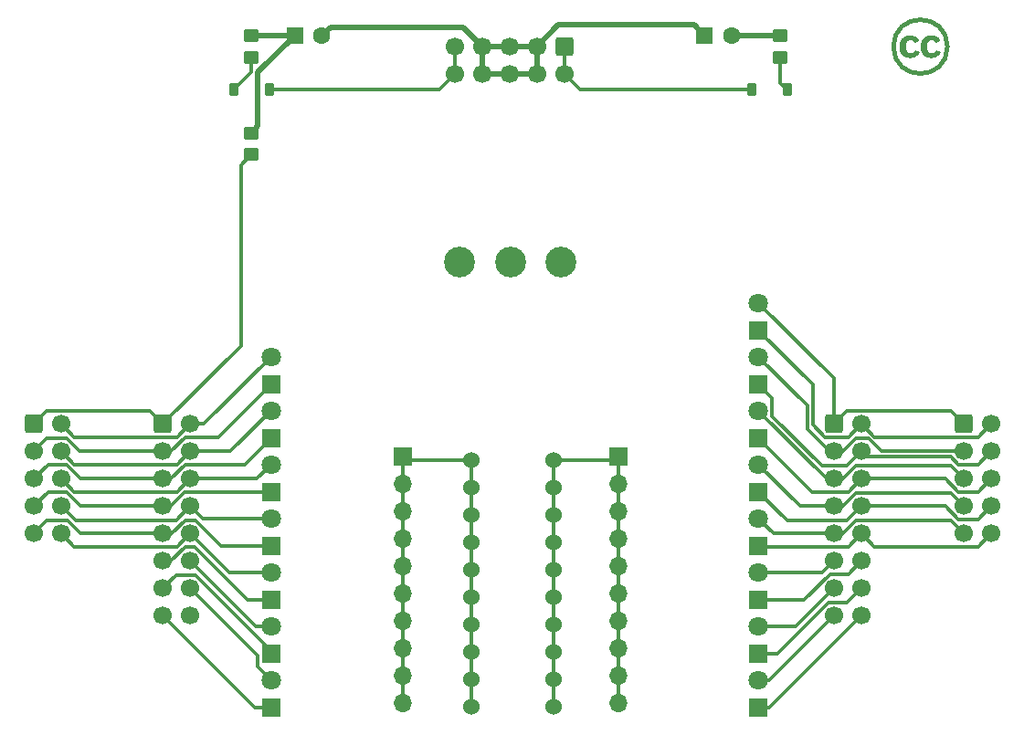
<source format=gtl>
G04 #@! TF.GenerationSoftware,KiCad,Pcbnew,8.0.5*
G04 #@! TF.CreationDate,2024-11-03T16:46:15+01:00*
G04 #@! TF.ProjectId,cable-tester,6361626c-652d-4746-9573-7465722e6b69,rev?*
G04 #@! TF.SameCoordinates,Original*
G04 #@! TF.FileFunction,Copper,L1,Top*
G04 #@! TF.FilePolarity,Positive*
%FSLAX46Y46*%
G04 Gerber Fmt 4.6, Leading zero omitted, Abs format (unit mm)*
G04 Created by KiCad (PCBNEW 8.0.5) date 2024-11-03 16:46:15*
%MOMM*%
%LPD*%
G01*
G04 APERTURE LIST*
G04 Aperture macros list*
%AMRoundRect*
0 Rectangle with rounded corners*
0 $1 Rounding radius*
0 $2 $3 $4 $5 $6 $7 $8 $9 X,Y pos of 4 corners*
0 Add a 4 corners polygon primitive as box body*
4,1,4,$2,$3,$4,$5,$6,$7,$8,$9,$2,$3,0*
0 Add four circle primitives for the rounded corners*
1,1,$1+$1,$2,$3*
1,1,$1+$1,$4,$5*
1,1,$1+$1,$6,$7*
1,1,$1+$1,$8,$9*
0 Add four rect primitives between the rounded corners*
20,1,$1+$1,$2,$3,$4,$5,0*
20,1,$1+$1,$4,$5,$6,$7,0*
20,1,$1+$1,$6,$7,$8,$9,0*
20,1,$1+$1,$8,$9,$2,$3,0*%
G04 Aperture macros list end*
G04 #@! TA.AperFunction,EtchedComponent*
%ADD10C,0.400000*%
G04 #@! TD*
G04 #@! TA.AperFunction,EtchedComponent*
%ADD11C,0.000000*%
G04 #@! TD*
G04 #@! TA.AperFunction,ComponentPad*
%ADD12C,2.850000*%
G04 #@! TD*
G04 #@! TA.AperFunction,ComponentPad*
%ADD13R,1.600000X1.600000*%
G04 #@! TD*
G04 #@! TA.AperFunction,ComponentPad*
%ADD14C,1.600000*%
G04 #@! TD*
G04 #@! TA.AperFunction,ComponentPad*
%ADD15R,1.800000X1.800000*%
G04 #@! TD*
G04 #@! TA.AperFunction,ComponentPad*
%ADD16C,1.800000*%
G04 #@! TD*
G04 #@! TA.AperFunction,ComponentPad*
%ADD17C,1.700000*%
G04 #@! TD*
G04 #@! TA.AperFunction,ComponentPad*
%ADD18RoundRect,0.250000X-0.600000X-0.600000X0.600000X-0.600000X0.600000X0.600000X-0.600000X0.600000X0*%
G04 #@! TD*
G04 #@! TA.AperFunction,SMDPad,CuDef*
%ADD19RoundRect,0.250000X0.450000X-0.350000X0.450000X0.350000X-0.450000X0.350000X-0.450000X-0.350000X0*%
G04 #@! TD*
G04 #@! TA.AperFunction,SMDPad,CuDef*
%ADD20RoundRect,0.225000X-0.225000X-0.375000X0.225000X-0.375000X0.225000X0.375000X-0.225000X0.375000X0*%
G04 #@! TD*
G04 #@! TA.AperFunction,ComponentPad*
%ADD21RoundRect,0.250000X-0.600000X0.600000X-0.600000X-0.600000X0.600000X-0.600000X0.600000X0.600000X0*%
G04 #@! TD*
G04 #@! TA.AperFunction,ComponentPad*
%ADD22C,1.524000*%
G04 #@! TD*
G04 #@! TA.AperFunction,SMDPad,CuDef*
%ADD23RoundRect,0.250000X-0.450000X0.350000X-0.450000X-0.350000X0.450000X-0.350000X0.450000X0.350000X0*%
G04 #@! TD*
G04 #@! TA.AperFunction,ComponentPad*
%ADD24O,1.700000X1.700000*%
G04 #@! TD*
G04 #@! TA.AperFunction,ComponentPad*
%ADD25R,1.700000X1.700000*%
G04 #@! TD*
G04 #@! TA.AperFunction,Conductor*
%ADD26C,0.500000*%
G04 #@! TD*
G04 #@! TA.AperFunction,Conductor*
%ADD27C,0.300000*%
G04 #@! TD*
G04 APERTURE END LIST*
D10*
X140500000Y-55000000D02*
G75*
G02*
X135500000Y-55000000I-2500000J0D01*
G01*
X135500000Y-55000000D02*
G75*
G02*
X140500000Y-55000000I2500000J0D01*
G01*
D11*
G04 #@! TA.AperFunction,EtchedComponent*
G36*
X137116196Y-53954264D02*
G01*
X137190648Y-53959973D01*
X137262308Y-53969513D01*
X137331177Y-53982884D01*
X137397256Y-54000087D01*
X137460544Y-54021120D01*
X137521044Y-54045984D01*
X137578754Y-54074678D01*
X137633677Y-54107202D01*
X137685812Y-54143556D01*
X137735161Y-54183738D01*
X137781723Y-54227750D01*
X137825499Y-54275590D01*
X137866491Y-54327258D01*
X137904698Y-54382755D01*
X137940122Y-54442079D01*
X137486414Y-54677982D01*
X137477198Y-54659461D01*
X137467726Y-54641644D01*
X137457998Y-54624529D01*
X137448013Y-54608118D01*
X137437772Y-54592412D01*
X137427274Y-54577411D01*
X137416518Y-54563116D01*
X137405505Y-54549526D01*
X137394233Y-54536644D01*
X137382704Y-54524470D01*
X137370916Y-54513003D01*
X137358869Y-54502245D01*
X137346562Y-54492197D01*
X137333997Y-54482859D01*
X137321171Y-54474231D01*
X137308085Y-54466315D01*
X137294909Y-54459009D01*
X137281852Y-54452172D01*
X137268913Y-54445804D01*
X137256093Y-54439906D01*
X137243391Y-54434478D01*
X137230808Y-54429521D01*
X137218343Y-54425034D01*
X137205996Y-54421018D01*
X137193766Y-54417474D01*
X137181655Y-54414401D01*
X137169661Y-54411800D01*
X137157784Y-54409671D01*
X137146024Y-54408015D01*
X137134382Y-54406831D01*
X137122856Y-54406121D01*
X137111447Y-54405884D01*
X137083552Y-54406469D01*
X137056542Y-54408222D01*
X137030416Y-54411145D01*
X137005175Y-54415236D01*
X136980818Y-54420497D01*
X136957346Y-54426926D01*
X136934758Y-54434525D01*
X136913056Y-54443293D01*
X136892238Y-54453230D01*
X136872305Y-54464337D01*
X136853258Y-54476612D01*
X136835095Y-54490058D01*
X136817818Y-54504672D01*
X136801426Y-54520456D01*
X136785920Y-54537410D01*
X136771299Y-54555532D01*
X136757563Y-54574825D01*
X136744713Y-54595287D01*
X136732749Y-54616919D01*
X136721670Y-54639720D01*
X136711478Y-54663691D01*
X136702171Y-54688832D01*
X136693750Y-54715142D01*
X136686215Y-54742623D01*
X136679567Y-54771273D01*
X136673804Y-54801093D01*
X136668928Y-54832083D01*
X136664939Y-54864243D01*
X136661835Y-54897573D01*
X136659619Y-54932073D01*
X136658289Y-54967743D01*
X136657845Y-55004583D01*
X136658294Y-55038169D01*
X136659641Y-55070902D01*
X136661885Y-55102782D01*
X136665027Y-55133811D01*
X136669066Y-55163988D01*
X136674002Y-55193314D01*
X136679836Y-55221790D01*
X136686566Y-55249415D01*
X136694193Y-55276192D01*
X136702716Y-55302118D01*
X136712136Y-55327197D01*
X136722452Y-55351427D01*
X136733664Y-55374810D01*
X136745771Y-55397345D01*
X136758775Y-55419033D01*
X136772674Y-55439876D01*
X136787467Y-55459657D01*
X136803110Y-55478164D01*
X136819604Y-55495395D01*
X136836948Y-55511351D01*
X136845940Y-55518851D01*
X136855144Y-55526032D01*
X136864561Y-55532893D01*
X136874190Y-55539436D01*
X136884032Y-55545660D01*
X136894087Y-55551565D01*
X136904355Y-55557151D01*
X136914835Y-55562418D01*
X136936434Y-55571994D01*
X136958883Y-55580294D01*
X136982183Y-55587318D01*
X137006335Y-55593065D01*
X137031336Y-55597535D01*
X137057189Y-55600728D01*
X137083893Y-55602644D01*
X137111447Y-55603282D01*
X137147809Y-55602148D01*
X137182800Y-55598744D01*
X137216420Y-55593070D01*
X137248670Y-55585129D01*
X137279549Y-55574918D01*
X137309057Y-55562440D01*
X137337196Y-55547694D01*
X137363965Y-55530681D01*
X137389365Y-55511400D01*
X137413396Y-55489853D01*
X137436059Y-55466039D01*
X137457353Y-55439958D01*
X137477279Y-55411612D01*
X137495838Y-55381001D01*
X137513029Y-55348124D01*
X137528854Y-55312982D01*
X137946049Y-55524648D01*
X137929018Y-55555248D01*
X137911183Y-55585018D01*
X137892545Y-55613958D01*
X137873103Y-55642067D01*
X137852857Y-55669347D01*
X137831808Y-55695797D01*
X137809955Y-55721418D01*
X137787299Y-55746210D01*
X137763838Y-55770174D01*
X137739574Y-55793310D01*
X137714507Y-55815618D01*
X137688636Y-55837098D01*
X137661961Y-55857751D01*
X137634482Y-55877577D01*
X137606200Y-55896577D01*
X137577114Y-55914750D01*
X137547473Y-55931973D01*
X137517449Y-55948083D01*
X137487041Y-55963079D01*
X137456250Y-55976963D01*
X137425077Y-55989735D01*
X137393521Y-56001394D01*
X137361584Y-56011941D01*
X137329265Y-56021377D01*
X137296566Y-56029701D01*
X137263486Y-56036915D01*
X137230027Y-56043018D01*
X137196188Y-56048010D01*
X137161970Y-56051893D01*
X137127374Y-56054666D01*
X137092400Y-56056329D01*
X137057049Y-56056884D01*
X137001039Y-56055799D01*
X136946396Y-56052542D01*
X136893120Y-56047114D01*
X136841213Y-56039514D01*
X136790675Y-56029741D01*
X136741505Y-56017794D01*
X136693705Y-56003673D01*
X136647275Y-55987378D01*
X136602216Y-55968907D01*
X136558527Y-55948260D01*
X136516210Y-55925436D01*
X136475265Y-55900436D01*
X136435692Y-55873257D01*
X136397492Y-55843900D01*
X136360665Y-55812364D01*
X136325211Y-55778648D01*
X136291532Y-55743031D01*
X136260025Y-55705712D01*
X136230691Y-55666693D01*
X136203530Y-55625972D01*
X136178541Y-55583550D01*
X136155726Y-55539427D01*
X136135083Y-55493604D01*
X136116614Y-55446080D01*
X136100317Y-55396856D01*
X136086193Y-55345931D01*
X136074243Y-55293307D01*
X136064465Y-55238982D01*
X136056859Y-55182958D01*
X136051427Y-55125235D01*
X136048168Y-55065811D01*
X136047081Y-55004689D01*
X136048180Y-54944986D01*
X136051477Y-54886846D01*
X136056970Y-54830268D01*
X136064661Y-54775250D01*
X136074549Y-54721794D01*
X136086634Y-54669898D01*
X136100916Y-54619562D01*
X136117394Y-54570785D01*
X136136069Y-54523568D01*
X136156940Y-54477909D01*
X136180008Y-54433808D01*
X136205271Y-54391264D01*
X136232730Y-54350278D01*
X136262385Y-54310848D01*
X136294235Y-54272974D01*
X136328281Y-54236656D01*
X136364003Y-54202245D01*
X136400884Y-54170051D01*
X136438924Y-54140076D01*
X136478122Y-54112319D01*
X136518480Y-54086780D01*
X136559997Y-54063461D01*
X136602673Y-54042362D01*
X136646508Y-54023482D01*
X136691503Y-54006822D01*
X136737658Y-53992382D01*
X136784973Y-53980163D01*
X136833448Y-53970165D01*
X136883083Y-53962388D01*
X136933878Y-53956833D01*
X136985834Y-53953499D01*
X137038951Y-53952388D01*
X137116196Y-53954264D01*
G37*
G04 #@! TD.AperFunction*
G04 #@! TA.AperFunction,EtchedComponent*
G36*
X139075555Y-53954264D02*
G01*
X139149930Y-53959973D01*
X139221473Y-53969513D01*
X139290183Y-53982884D01*
X139356060Y-54000087D01*
X139419103Y-54021120D01*
X139479312Y-54045984D01*
X139536684Y-54074678D01*
X139591220Y-54107202D01*
X139642919Y-54143556D01*
X139691780Y-54183738D01*
X139737802Y-54227750D01*
X139780985Y-54275590D01*
X139821327Y-54327258D01*
X139858828Y-54382755D01*
X139893488Y-54442079D01*
X139893487Y-54442079D01*
X139445918Y-54677982D01*
X139436718Y-54659461D01*
X139427256Y-54641644D01*
X139417531Y-54624529D01*
X139407545Y-54608118D01*
X139397298Y-54592412D01*
X139386791Y-54577411D01*
X139376023Y-54563116D01*
X139364995Y-54549526D01*
X139353709Y-54536644D01*
X139342163Y-54524470D01*
X139330360Y-54513003D01*
X139318298Y-54502245D01*
X139305979Y-54492197D01*
X139293403Y-54482859D01*
X139280571Y-54474231D01*
X139267483Y-54466315D01*
X139254264Y-54459009D01*
X139241116Y-54452172D01*
X139228042Y-54445804D01*
X139215041Y-54439906D01*
X139202114Y-54434478D01*
X139189261Y-54429521D01*
X139176483Y-54425034D01*
X139163780Y-54421018D01*
X139151152Y-54417474D01*
X139138601Y-54414401D01*
X139126126Y-54411800D01*
X139113729Y-54409671D01*
X139101409Y-54408015D01*
X139089167Y-54406831D01*
X139077003Y-54406121D01*
X139064918Y-54405884D01*
X139037014Y-54406469D01*
X139009994Y-54408222D01*
X138983860Y-54411145D01*
X138958611Y-54415236D01*
X138934247Y-54420497D01*
X138910768Y-54426926D01*
X138888174Y-54434525D01*
X138866466Y-54443293D01*
X138845643Y-54453230D01*
X138825705Y-54464337D01*
X138806653Y-54476612D01*
X138788487Y-54490058D01*
X138771206Y-54504672D01*
X138754811Y-54520456D01*
X138739301Y-54537410D01*
X138724677Y-54555532D01*
X138710939Y-54574825D01*
X138698087Y-54595287D01*
X138686121Y-54616919D01*
X138675041Y-54639720D01*
X138664847Y-54663691D01*
X138655539Y-54688832D01*
X138647118Y-54715142D01*
X138639582Y-54742623D01*
X138632933Y-54771273D01*
X138627170Y-54801093D01*
X138622294Y-54832083D01*
X138618304Y-54864243D01*
X138615201Y-54897573D01*
X138612984Y-54932073D01*
X138611654Y-54967743D01*
X138611211Y-55004583D01*
X138611661Y-55038169D01*
X138613011Y-55070902D01*
X138615260Y-55102782D01*
X138618409Y-55133811D01*
X138622456Y-55163988D01*
X138627401Y-55193314D01*
X138633244Y-55221790D01*
X138639984Y-55249415D01*
X138647621Y-55276192D01*
X138656154Y-55302118D01*
X138665582Y-55327197D01*
X138675906Y-55351427D01*
X138687125Y-55374810D01*
X138699238Y-55397345D01*
X138712245Y-55419033D01*
X138726145Y-55439876D01*
X138740918Y-55459657D01*
X138756542Y-55478164D01*
X138773017Y-55495395D01*
X138781575Y-55503533D01*
X138790345Y-55511351D01*
X138799329Y-55518851D01*
X138808525Y-55526032D01*
X138817935Y-55532893D01*
X138827559Y-55539436D01*
X138837396Y-55545660D01*
X138847446Y-55551565D01*
X138857710Y-55557151D01*
X138868187Y-55562418D01*
X138889783Y-55571994D01*
X138912233Y-55580294D01*
X138935540Y-55587318D01*
X138959702Y-55593065D01*
X138984720Y-55597535D01*
X139010595Y-55600728D01*
X139037328Y-55602644D01*
X139064918Y-55603282D01*
X139101244Y-55602148D01*
X139136206Y-55598744D01*
X139169802Y-55593070D01*
X139202032Y-55585129D01*
X139232895Y-55574918D01*
X139262391Y-55562440D01*
X139290519Y-55547694D01*
X139317278Y-55530681D01*
X139342668Y-55511400D01*
X139366688Y-55489853D01*
X139389338Y-55466039D01*
X139410616Y-55439958D01*
X139430523Y-55411612D01*
X139449058Y-55381001D01*
X139466219Y-55348124D01*
X139482008Y-55312982D01*
X139905341Y-55524648D01*
X139887597Y-55555248D01*
X139869092Y-55585018D01*
X139849828Y-55613958D01*
X139829804Y-55642067D01*
X139809022Y-55669347D01*
X139787482Y-55695797D01*
X139765185Y-55721418D01*
X139742132Y-55746210D01*
X139718324Y-55770174D01*
X139693762Y-55793310D01*
X139668446Y-55815618D01*
X139642376Y-55837098D01*
X139615555Y-55857751D01*
X139587982Y-55877577D01*
X139559658Y-55896577D01*
X139530585Y-55914750D01*
X139500932Y-55931973D01*
X139470950Y-55948083D01*
X139440637Y-55963079D01*
X139409994Y-55976963D01*
X139379022Y-55989735D01*
X139347720Y-56001394D01*
X139316088Y-56011941D01*
X139284126Y-56021377D01*
X139251834Y-56029701D01*
X139219212Y-56036915D01*
X139186260Y-56043018D01*
X139152978Y-56048010D01*
X139119367Y-56051893D01*
X139085425Y-56054666D01*
X139051154Y-56056329D01*
X139016553Y-56056884D01*
X138959808Y-56055799D01*
X138904509Y-56052542D01*
X138850656Y-56047114D01*
X138798248Y-56039514D01*
X138747285Y-56029741D01*
X138697767Y-56017794D01*
X138649692Y-56003673D01*
X138603062Y-55987378D01*
X138557875Y-55968907D01*
X138514132Y-55948260D01*
X138471831Y-55925436D01*
X138430974Y-55900436D01*
X138391558Y-55873257D01*
X138353585Y-55843900D01*
X138317054Y-55812364D01*
X138281964Y-55778648D01*
X138248594Y-55743031D01*
X138217381Y-55705712D01*
X138188326Y-55666693D01*
X138161426Y-55625972D01*
X138136682Y-55583550D01*
X138114093Y-55539427D01*
X138093658Y-55493604D01*
X138075377Y-55446080D01*
X138059249Y-55396856D01*
X138045273Y-55345931D01*
X138033449Y-55293307D01*
X138023777Y-55238982D01*
X138016254Y-55182958D01*
X138010882Y-55125235D01*
X138007659Y-55065811D01*
X138006585Y-55004689D01*
X138007683Y-54944986D01*
X138010976Y-54886846D01*
X138016466Y-54830268D01*
X138024152Y-54775250D01*
X138034035Y-54721794D01*
X138046116Y-54669898D01*
X138060395Y-54619562D01*
X138076872Y-54570785D01*
X138095548Y-54523568D01*
X138116423Y-54477909D01*
X138139499Y-54433808D01*
X138164775Y-54391264D01*
X138192251Y-54350278D01*
X138221929Y-54310848D01*
X138253808Y-54272974D01*
X138287890Y-54236656D01*
X138323594Y-54202245D01*
X138360459Y-54170051D01*
X138398484Y-54140076D01*
X138437669Y-54112319D01*
X138478015Y-54086780D01*
X138519521Y-54063461D01*
X138562187Y-54042362D01*
X138606012Y-54023482D01*
X138650997Y-54006822D01*
X138697142Y-53992382D01*
X138744446Y-53980163D01*
X138792909Y-53970165D01*
X138842531Y-53962388D01*
X138893312Y-53956833D01*
X138945251Y-53953499D01*
X138998350Y-53952388D01*
X139075555Y-53954264D01*
G37*
G04 #@! TD.AperFunction*
D12*
X104700000Y-75000000D03*
X100000000Y-75000000D03*
X95300000Y-75000000D03*
D13*
X118000000Y-54000000D03*
D14*
X120500000Y-54000000D03*
D13*
X80000000Y-54000000D03*
D14*
X82500000Y-54000000D03*
D15*
X123000000Y-101310000D03*
D16*
X123000000Y-98770000D03*
D17*
X58340000Y-100160000D03*
X55800000Y-100160000D03*
X58340000Y-97620000D03*
X55800000Y-97620000D03*
X58340000Y-95080000D03*
X55800000Y-95080000D03*
X58340000Y-92540000D03*
X55800000Y-92540000D03*
X58340000Y-90000000D03*
D18*
X55800000Y-90000000D03*
D15*
X77800000Y-86310000D03*
D16*
X77800000Y-83770000D03*
D15*
X123000000Y-96310000D03*
D16*
X123000000Y-93770000D03*
D15*
X77800000Y-96310000D03*
D16*
X77800000Y-93770000D03*
D19*
X125000000Y-56000000D03*
X125000000Y-54000000D03*
D15*
X123000000Y-116310000D03*
D16*
X123000000Y-113770000D03*
D20*
X122350000Y-59000000D03*
X125650000Y-59000000D03*
D21*
X105000000Y-55000000D03*
D17*
X105000000Y-57540000D03*
X102460000Y-55000000D03*
X102460000Y-57540000D03*
X99920000Y-55000000D03*
X99920000Y-57540000D03*
X97380000Y-55000000D03*
X97380000Y-57540000D03*
X94840000Y-55000000D03*
X94840000Y-57540000D03*
D15*
X123000000Y-91310000D03*
D16*
X123000000Y-88770000D03*
D15*
X77800000Y-101310000D03*
D16*
X77800000Y-98770000D03*
D15*
X77800000Y-116310000D03*
D16*
X77800000Y-113770000D03*
D22*
X96380000Y-116240000D03*
X96380000Y-113700000D03*
X96380000Y-111160000D03*
X96380000Y-108620000D03*
X96380000Y-106080000D03*
X96380000Y-103540000D03*
X96380000Y-101000000D03*
X96380000Y-98460000D03*
X96380000Y-95920000D03*
X96380000Y-93380000D03*
X104000000Y-116240000D03*
X104000000Y-113700000D03*
X104000000Y-111160000D03*
X104000000Y-108620000D03*
X104000000Y-106080000D03*
X104000000Y-103540000D03*
X104000000Y-101000000D03*
X104000000Y-98460000D03*
X104000000Y-95920000D03*
X104000000Y-93380000D03*
D19*
X76000000Y-56000000D03*
X76000000Y-54000000D03*
D15*
X123000000Y-111310000D03*
D16*
X123000000Y-108770000D03*
X77800000Y-108770000D03*
D15*
X77800000Y-111310000D03*
D18*
X142000000Y-90000000D03*
D17*
X144540000Y-90000000D03*
X142000000Y-92540000D03*
X144540000Y-92540000D03*
X142000000Y-95080000D03*
X144540000Y-95080000D03*
X142000000Y-97620000D03*
X144540000Y-97620000D03*
X142000000Y-100160000D03*
X144540000Y-100160000D03*
D15*
X123000000Y-86310000D03*
D16*
X123000000Y-83770000D03*
D20*
X74350000Y-59000000D03*
X77650000Y-59000000D03*
D15*
X77800000Y-106310000D03*
D16*
X77800000Y-103770000D03*
D17*
X70340000Y-107780000D03*
X67800000Y-107780000D03*
X70340000Y-105240000D03*
X67800000Y-105240000D03*
X70340000Y-102700000D03*
X67800000Y-102700000D03*
X70340000Y-100160000D03*
X67800000Y-100160000D03*
X70340000Y-97620000D03*
X67800000Y-97620000D03*
X70340000Y-95080000D03*
X67800000Y-95080000D03*
X70340000Y-92540000D03*
X67800000Y-92540000D03*
X70340000Y-90000000D03*
D18*
X67800000Y-90000000D03*
D15*
X123000000Y-106310000D03*
D16*
X123000000Y-103770000D03*
D23*
X76000000Y-63000000D03*
X76000000Y-65000000D03*
D18*
X130000000Y-90000000D03*
D17*
X132540000Y-90000000D03*
X130000000Y-92540000D03*
X132540000Y-92540000D03*
X130000000Y-95080000D03*
X132540000Y-95080000D03*
X130000000Y-97620000D03*
X132540000Y-97620000D03*
X130000000Y-100160000D03*
X132540000Y-100160000D03*
X130000000Y-102700000D03*
X132540000Y-102700000D03*
X130000000Y-105240000D03*
X132540000Y-105240000D03*
X130000000Y-107780000D03*
X132540000Y-107780000D03*
D24*
X90000000Y-115860000D03*
X90000000Y-113320000D03*
X90000000Y-110780000D03*
X90000000Y-108240000D03*
X90000000Y-105700000D03*
X90000000Y-103160000D03*
X90000000Y-100620000D03*
X90000000Y-98080000D03*
X90000000Y-95540000D03*
D25*
X90000000Y-93000000D03*
D15*
X77800000Y-91310000D03*
D16*
X77800000Y-88770000D03*
D24*
X110000000Y-115860000D03*
X110000000Y-113320000D03*
X110000000Y-110780000D03*
X110000000Y-108240000D03*
X110000000Y-105700000D03*
X110000000Y-103160000D03*
X110000000Y-100620000D03*
X110000000Y-98080000D03*
X110000000Y-95540000D03*
D25*
X110000000Y-93000000D03*
D16*
X123000000Y-78770000D03*
D15*
X123000000Y-81310000D03*
D26*
X76000000Y-63000000D02*
X76600000Y-62400000D01*
X76600000Y-57400000D02*
X80000000Y-54000000D01*
D27*
X75000000Y-66000000D02*
X75000000Y-82800000D01*
D26*
X76600000Y-62400000D02*
X76600000Y-57400000D01*
D27*
X76000000Y-65000000D02*
X75000000Y-66000000D01*
X75000000Y-82800000D02*
X67800000Y-90000000D01*
X132540000Y-92540000D02*
X133040000Y-93040000D01*
X140802943Y-93040000D02*
X141502943Y-93740000D01*
X141502943Y-93740000D02*
X143340000Y-93740000D01*
X133040000Y-93040000D02*
X140802943Y-93040000D01*
X143340000Y-93740000D02*
X144540000Y-92540000D01*
X132540000Y-95080000D02*
X140302943Y-95080000D01*
X140302943Y-95080000D02*
X141502943Y-96280000D01*
X141502943Y-96280000D02*
X143340000Y-96280000D01*
X143340000Y-96280000D02*
X144540000Y-95080000D01*
X132540000Y-97620000D02*
X140302943Y-97620000D01*
X140302943Y-97620000D02*
X141502943Y-98820000D01*
X141502943Y-98820000D02*
X143340000Y-98820000D01*
X143340000Y-98820000D02*
X144540000Y-97620000D01*
X132540000Y-100160000D02*
X133740000Y-101360000D01*
X133740000Y-101360000D02*
X143340000Y-101360000D01*
X143340000Y-101360000D02*
X144540000Y-100160000D01*
X130000000Y-100160000D02*
X130840000Y-100160000D01*
X130840000Y-100160000D02*
X132040000Y-98960000D01*
X132040000Y-98960000D02*
X140800000Y-98960000D01*
X140800000Y-98960000D02*
X142000000Y-100160000D01*
X130000000Y-97620000D02*
X130842943Y-97620000D01*
X130842943Y-97620000D02*
X132042943Y-96420000D01*
X140800000Y-96420000D02*
X142000000Y-97620000D01*
X132042943Y-96420000D02*
X140800000Y-96420000D01*
X130000000Y-95080000D02*
X130842943Y-95080000D01*
X130842943Y-95080000D02*
X132042943Y-93880000D01*
X140800000Y-93880000D02*
X142000000Y-95080000D01*
X132042943Y-93880000D02*
X140800000Y-93880000D01*
X130000000Y-92540000D02*
X130842943Y-92540000D01*
X130842943Y-92540000D02*
X132042943Y-91340000D01*
X132042943Y-91340000D02*
X133172893Y-91340000D01*
X134372893Y-92540000D02*
X142000000Y-92540000D01*
X133172893Y-91340000D02*
X134372893Y-92540000D01*
X123000000Y-116310000D02*
X124010000Y-116310000D01*
X124010000Y-116310000D02*
X132540000Y-107780000D01*
X123000000Y-113770000D02*
X124010000Y-113770000D01*
X124010000Y-113770000D02*
X130000000Y-107780000D01*
X123000000Y-111310000D02*
X124772943Y-111310000D01*
X124772943Y-111310000D02*
X129502943Y-106580000D01*
X129502943Y-106580000D02*
X131200000Y-106580000D01*
X131200000Y-106580000D02*
X132540000Y-105240000D01*
X123000000Y-108770000D02*
X126470000Y-108770000D01*
X126470000Y-108770000D02*
X130000000Y-105240000D01*
X123000000Y-106310000D02*
X127232943Y-106310000D01*
X127232943Y-106310000D02*
X129642943Y-103900000D01*
X129642943Y-103900000D02*
X131340000Y-103900000D01*
X131340000Y-103900000D02*
X132540000Y-102700000D01*
X123000000Y-103770000D02*
X128930000Y-103770000D01*
X128930000Y-103770000D02*
X130000000Y-102700000D01*
X123000000Y-101310000D02*
X123050000Y-101360000D01*
X123050000Y-101360000D02*
X131340000Y-101360000D01*
X131340000Y-101360000D02*
X132540000Y-100160000D01*
X123000000Y-98770000D02*
X124390000Y-100160000D01*
X124390000Y-100160000D02*
X130000000Y-100160000D01*
X123000000Y-96310000D02*
X125650000Y-98960000D01*
X125650000Y-98960000D02*
X131200000Y-98960000D01*
X131200000Y-98960000D02*
X132540000Y-97620000D01*
X123000000Y-93770000D02*
X126850000Y-97620000D01*
X126850000Y-97620000D02*
X130000000Y-97620000D01*
X123000000Y-91310000D02*
X127970000Y-96280000D01*
X131340000Y-96280000D02*
X132540000Y-95080000D01*
X127970000Y-96280000D02*
X131340000Y-96280000D01*
X123000000Y-88770000D02*
X129310000Y-95080000D01*
X129310000Y-95080000D02*
X130000000Y-95080000D01*
X123000000Y-86310000D02*
X124250000Y-87560000D01*
X124250000Y-87560000D02*
X124250000Y-89250000D01*
X124250000Y-89250000D02*
X128880000Y-93880000D01*
X128880000Y-93880000D02*
X131200000Y-93880000D01*
X131200000Y-93880000D02*
X132540000Y-92540000D01*
X123000000Y-83770000D02*
X127500000Y-88270000D01*
X129540000Y-92540000D02*
X130000000Y-92540000D01*
X127500000Y-88270000D02*
X127500000Y-90500000D01*
X127500000Y-90500000D02*
X129540000Y-92540000D01*
X123000000Y-81310000D02*
X128000000Y-86310000D01*
X128000000Y-86310000D02*
X128000000Y-90055456D01*
X128000000Y-90055456D02*
X129144544Y-91200000D01*
X129144544Y-91200000D02*
X131340000Y-91200000D01*
X131340000Y-91200000D02*
X132540000Y-90000000D01*
X132540000Y-90000000D02*
X133740000Y-91200000D01*
X133740000Y-91200000D02*
X143340000Y-91200000D01*
X143340000Y-91200000D02*
X144540000Y-90000000D01*
X130000000Y-90000000D02*
X131200000Y-88800000D01*
X131200000Y-88800000D02*
X140800000Y-88800000D01*
X140800000Y-88800000D02*
X142000000Y-90000000D01*
X123000000Y-78770000D02*
X130000000Y-85770000D01*
X130000000Y-85770000D02*
X130000000Y-90000000D01*
X104000000Y-93380000D02*
X104000000Y-116240000D01*
X96380000Y-93380000D02*
X96380000Y-116240000D01*
X96380000Y-93380000D02*
X90380000Y-93380000D01*
X90380000Y-93380000D02*
X90000000Y-93000000D01*
X104000000Y-93380000D02*
X109620000Y-93380000D01*
X109620000Y-93380000D02*
X110000000Y-93000000D01*
X90000000Y-93000000D02*
X90000000Y-115860000D01*
X110000000Y-93000000D02*
X110000000Y-115860000D01*
X105000000Y-55000000D02*
X105000000Y-57540000D01*
X122350000Y-59000000D02*
X106460000Y-59000000D01*
X106460000Y-59000000D02*
X105000000Y-57540000D01*
X77800000Y-116310000D02*
X76330000Y-116310000D01*
X76330000Y-116310000D02*
X67800000Y-107780000D01*
X77800000Y-113770000D02*
X76550000Y-112520000D01*
X76550000Y-112520000D02*
X76550000Y-111450000D01*
X76550000Y-111450000D02*
X70340000Y-105240000D01*
X77800000Y-111310000D02*
X77800000Y-111002943D01*
X77800000Y-111002943D02*
X70797057Y-104000000D01*
X70797057Y-104000000D02*
X69040000Y-104000000D01*
X69040000Y-104000000D02*
X67800000Y-105240000D01*
X77800000Y-108770000D02*
X76410000Y-108770000D01*
X76410000Y-108770000D02*
X70340000Y-102700000D01*
X77800000Y-106310000D02*
X75647057Y-106310000D01*
X75647057Y-106310000D02*
X70697057Y-101360000D01*
X69847107Y-101360000D02*
X68507107Y-102700000D01*
X70697057Y-101360000D02*
X69847107Y-101360000D01*
X68507107Y-102700000D02*
X67800000Y-102700000D01*
X77800000Y-103770000D02*
X73950000Y-103770000D01*
X73950000Y-103770000D02*
X70340000Y-100160000D01*
X77800000Y-101310000D02*
X73187057Y-101310000D01*
X73187057Y-101310000D02*
X70837057Y-98960000D01*
X70837057Y-98960000D02*
X69840000Y-98960000D01*
X69840000Y-98960000D02*
X68640000Y-100160000D01*
X68640000Y-100160000D02*
X67800000Y-100160000D01*
X77800000Y-98770000D02*
X71490000Y-98770000D01*
X71490000Y-98770000D02*
X70340000Y-97620000D01*
X77800000Y-96310000D02*
X69817106Y-96310000D01*
X69817106Y-96310000D02*
X68507106Y-97620000D01*
X68507106Y-97620000D02*
X67800000Y-97620000D01*
X77800000Y-93770000D02*
X76490000Y-95080000D01*
X76490000Y-95080000D02*
X70340000Y-95080000D01*
X77800000Y-91310000D02*
X75370000Y-93740000D01*
X75370000Y-93740000D02*
X69847107Y-93740000D01*
X69847107Y-93740000D02*
X68507107Y-95080000D01*
X68507107Y-95080000D02*
X67800000Y-95080000D01*
X77800000Y-88770000D02*
X74030000Y-92540000D01*
X74030000Y-92540000D02*
X70340000Y-92540000D01*
X77800000Y-86310000D02*
X72910000Y-91200000D01*
X72910000Y-91200000D02*
X69847106Y-91200000D01*
X68507106Y-92540000D02*
X67800000Y-92540000D01*
X69847106Y-91200000D02*
X68507106Y-92540000D01*
X77800000Y-83770000D02*
X71570000Y-90000000D01*
X71570000Y-90000000D02*
X70340000Y-90000000D01*
X58340000Y-100160000D02*
X59540000Y-101360000D01*
X59540000Y-101360000D02*
X69140000Y-101360000D01*
X69140000Y-101360000D02*
X70340000Y-100160000D01*
X55800000Y-100160000D02*
X57000000Y-98960000D01*
X60172893Y-100160000D02*
X67800000Y-100160000D01*
X57000000Y-98960000D02*
X58972893Y-98960000D01*
X58972893Y-98960000D02*
X60172893Y-100160000D01*
X58340000Y-97620000D02*
X59680000Y-98960000D01*
X59680000Y-98960000D02*
X69000000Y-98960000D01*
X69000000Y-98960000D02*
X70340000Y-97620000D01*
X55800000Y-97620000D02*
X57140000Y-96280000D01*
X60172893Y-97620000D02*
X67800000Y-97620000D01*
X57140000Y-96280000D02*
X58832893Y-96280000D01*
X58832893Y-96280000D02*
X60172893Y-97620000D01*
X58340000Y-95080000D02*
X59540000Y-96280000D01*
X59540000Y-96280000D02*
X69140000Y-96280000D01*
X69140000Y-96280000D02*
X70340000Y-95080000D01*
X55800000Y-95080000D02*
X57140000Y-93740000D01*
X57140000Y-93740000D02*
X58832893Y-93740000D01*
X58832893Y-93740000D02*
X60172893Y-95080000D01*
X60172893Y-95080000D02*
X67800000Y-95080000D01*
X58340000Y-92540000D02*
X59540000Y-93740000D01*
X59540000Y-93740000D02*
X69140000Y-93740000D01*
X69140000Y-93740000D02*
X70340000Y-92540000D01*
X55800000Y-92540000D02*
X57000000Y-91340000D01*
X58837057Y-91340000D02*
X60037057Y-92540000D01*
X57000000Y-91340000D02*
X58837057Y-91340000D01*
X60037057Y-92540000D02*
X67800000Y-92540000D01*
X58340000Y-90000000D02*
X59540000Y-91200000D01*
X59540000Y-91200000D02*
X69140000Y-91200000D01*
X69140000Y-91200000D02*
X70340000Y-90000000D01*
X125000000Y-56000000D02*
X125000000Y-58350000D01*
X125000000Y-58350000D02*
X125650000Y-59000000D01*
D26*
X125000000Y-54000000D02*
X120500000Y-54000000D01*
X118000000Y-54000000D02*
X117000000Y-53000000D01*
X117000000Y-53000000D02*
X104460000Y-53000000D01*
X104460000Y-53000000D02*
X102460000Y-55000000D01*
X97380000Y-55000000D02*
X102460000Y-55000000D01*
X102460000Y-55000000D02*
X102460000Y-57540000D01*
X97380000Y-57540000D02*
X102460000Y-57540000D01*
X97380000Y-55000000D02*
X97380000Y-57540000D01*
X82500000Y-54000000D02*
X83299999Y-53200001D01*
X83299999Y-53200001D02*
X95580001Y-53200001D01*
X95580001Y-53200001D02*
X97380000Y-55000000D01*
D27*
X94840000Y-57540000D02*
X94840000Y-55000000D01*
X77650000Y-59000000D02*
X93380000Y-59000000D01*
X93380000Y-59000000D02*
X94840000Y-57540000D01*
X76000000Y-56000000D02*
X76000000Y-57350000D01*
X76000000Y-57350000D02*
X74350000Y-59000000D01*
D26*
X76000000Y-54000000D02*
X80000000Y-54000000D01*
D27*
X66600000Y-88800000D02*
X67800000Y-90000000D01*
X55800000Y-90000000D02*
X57000000Y-88800000D01*
X57000000Y-88800000D02*
X66600000Y-88800000D01*
M02*

</source>
